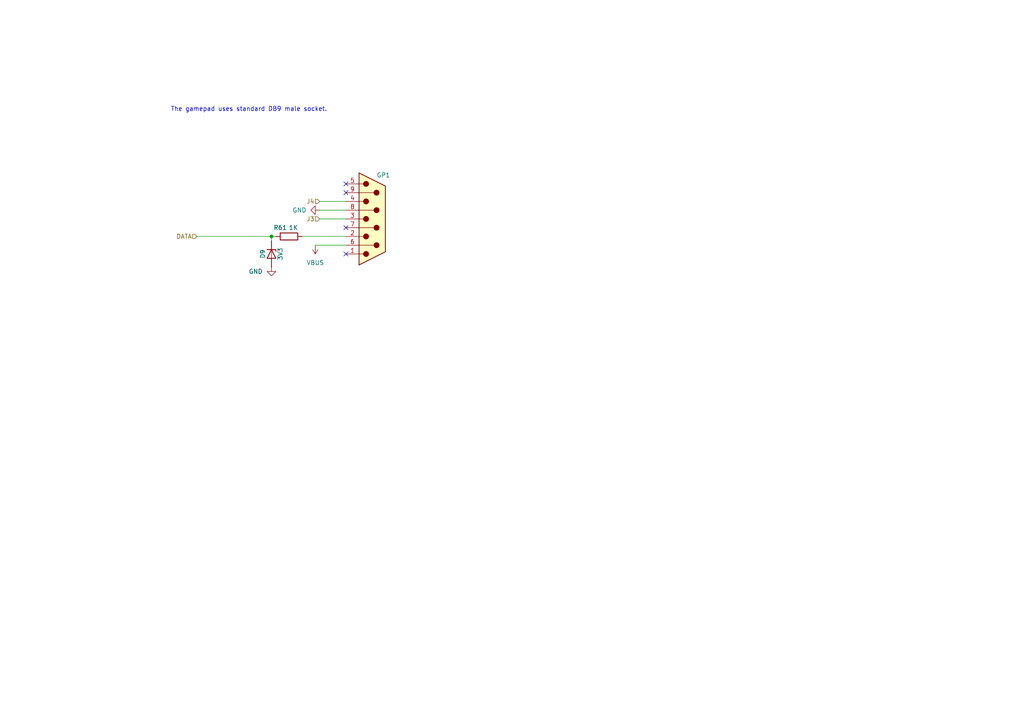
<source format=kicad_sch>
(kicad_sch (version 20231120) (generator "eeschema") (generator_version "8.0")
  (paper "A4")
  (title_block (title "TurboFRANK") (date "2025-01-28") (rev "1.0") (company "Mikhail Matveev") (comment 1 "https://github.com/xtremespb/frank"))
  (lib_symbols
    (symbol "Device:D_Zener" (pin_numbers hide) (pin_names (offset 1.016) hide)
      (property "Reference" "D" (at 0 2.54 0))
      (property "Value" "D_Zener" (at 0 -2.54 0))
      (symbol "D_Zener_0_1"
        (polyline (pts (xy 1.27 0) (xy -1.27 0)))
        (polyline (pts (xy -1.27 -1.27) (xy -1.27 1.27) (xy -0.762 1.27)) (stroke (width 0.254)))
        (polyline (pts (xy 1.27 -1.27) (xy 1.27 1.27) (xy -1.27 0) (xy 1.27 -1.27)) (stroke (width 0.254)))
      )
      (symbol "D_Zener_1_1"
        (pin passive line (at -3.81 0 0) (length 2.54) (name "K") (number "1"))
        (pin passive line (at 3.81 0 180) (length 2.54) (name "A") (number "2"))
      )
    )
    (symbol "Device:R" (pin_numbers hide) (pin_names (offset 0))
      (property "Reference" "R" (at 2.032 0 90))
      (property "Value" "R" (at 0 0 90))
      (symbol "R_0_1"
        (rectangle (start -1.016 -2.54) (end 1.016 2.54) (stroke (width 0.254)))
      )
      (symbol "R_1_1"
        (pin passive line (at 0 3.81 270) (length 1.27) (name "~") (number "1"))
        (pin passive line (at 0 -3.81 90) (length 1.27) (name "~") (number "2"))
      )
    )
    (symbol "FRANK:DB9_Male_Small" (pin_names (offset 1.016) hide)
      (property "Reference" "JOY1" (at 1.27 12.7 0))
      (symbol "DB9_Male_Small_0_1"
        (circle (center -1.778 -10.16) (radius 0.762) (fill (type outline)))
        (circle (center -1.778 -5.08) (radius 0.762) (fill (type outline)))
        (circle (center -1.778 0) (radius 0.762) (fill (type outline)))
        (circle (center -1.778 5.08) (radius 0.762) (fill (type outline)))
        (circle (center -1.778 10.16) (radius 0.762) (fill (type outline)))
        (polyline (pts (xy -3.81 -10.16) (xy -2.54 -10.16)))
        (polyline (pts (xy -3.81 -7.62) (xy 0.508 -7.62)))
        (polyline (pts (xy -3.81 -5.08) (xy -2.54 -5.08)))
        (polyline (pts (xy -3.81 -2.54) (xy 0.508 -2.54)))
        (polyline (pts (xy -3.81 0) (xy -2.54 0)))
        (polyline (pts (xy -3.81 2.54) (xy 0.508 2.54)))
        (polyline (pts (xy -3.81 5.08) (xy -2.54 5.08)))
        (polyline (pts (xy -3.81 7.62) (xy 0.508 7.62)))
        (polyline (pts (xy -3.81 10.16) (xy -2.54 10.16)))
        (polyline (pts (xy -3.81 -13.335) (xy -3.81 13.335) (xy 3.81 9.525) (xy 3.81 -9.525) (xy -3.81 -13.335)) (stroke (width 0.254)) (fill (type background)))
        (circle (center 1.27 -7.62) (radius 0.762) (fill (type outline)))
        (circle (center 1.27 -2.54) (radius 0.762) (fill (type outline)))
        (circle (center 1.27 2.54) (radius 0.762) (fill (type outline)))
        (circle (center 1.27 7.62) (radius 0.762) (fill (type outline)))
      )
      (symbol "DB9_Male_Small_1_1"
        (pin passive line (at -7.62 -10.16 0) (length 3.81) (name "1") (number "1"))
        (pin passive line (at -7.62 -5.08 0) (length 3.81) (name "2") (number "2"))
        (pin passive line (at -7.62 0 0) (length 3.81) (name "3") (number "3"))
        (pin passive line (at -7.62 5.08 0) (length 3.81) (name "4") (number "4"))
        (pin passive line (at -7.62 10.16 0) (length 3.81) (name "5") (number "5"))
        (pin passive line (at -7.62 -7.62 0) (length 3.81) (name "6") (number "6"))
        (pin passive line (at -7.62 -2.54 0) (length 3.81) (name "7") (number "7"))
        (pin passive line (at -7.62 2.54 0) (length 3.81) (name "8") (number "8"))
        (pin passive line (at -7.62 7.62 0) (length 3.81) (name "9") (number "9"))
      )
    )
    (symbol "GND_1" (power) (pin_numbers hide) (pin_names (offset 0) hide)
      (property "Value" "GND" (at 0 -3.81 0))
      (symbol "GND_1_0_1"
        (polyline (pts (xy 0 0) (xy 0 -1.27) (xy 1.27 -1.27) (xy 0 -2.54) (xy -1.27 -1.27) (xy 0 -1.27)))
      )
      (symbol "GND_1_1_1"
        (pin power_in line (at 0 0 270) (length 0) (name "~") (number "1"))
      )
    )
    (symbol "power:GND" (power) (pin_numbers hide) (pin_names (offset 0) hide)
      (property "Value" "GND" (at 0 -3.81 0))
      (symbol "GND_0_1"
        (polyline (pts (xy 0 0) (xy 0 -1.27) (xy 1.27 -1.27) (xy 0 -2.54) (xy -1.27 -1.27) (xy 0 -1.27)))
      )
      (symbol "GND_1_1"
        (pin power_in line (at 0 0 270) (length 0) (name "~") (number "1"))
      )
    )
    (symbol "power:VBUS" (power) (pin_numbers hide) (pin_names (offset 0) hide)
      (property "Value" "VBUS" (at 0 3.556 0))
      (symbol "VBUS_0_1"
        (polyline (pts (xy -0.762 1.27) (xy 0 2.54)))
        (polyline (pts (xy 0 0) (xy 0 2.54)))
        (polyline (pts (xy 0 2.54) (xy 0.762 1.27)))
      )
      (symbol "VBUS_1_1"
        (pin power_in line (at 0 0 90) (length 0) (name "~") (number "1"))
      )
    )
  )
  (junction (at 78.74 68.58))
  (no_connect (at 100.33 55.88))
  (no_connect (at 100.33 53.34))
  (no_connect (at 100.33 66.04))
  (no_connect (at 100.33 73.66))
  (wire (pts (xy 92.71 63.5) (xy 100.33 63.5)))
  (wire (pts (xy 92.71 58.42) (xy 100.33 58.42)))
  (wire (pts (xy 91.44 71.12) (xy 100.33 71.12)))
  (wire (pts (xy 78.74 68.58) (xy 78.74 69.85)))
  (wire (pts (xy 57.15 68.58) (xy 78.74 68.58)))
  (wire (pts (xy 80.01 68.58) (xy 78.74 68.58)))
  (wire (pts (xy 92.71 60.96) (xy 100.33 60.96)))
  (wire (pts (xy 87.63 68.58) (xy 100.33 68.58)))
  (text "The gamepad uses standard DB9 male socket." (at 49.53 31.75 0) (effects (font (size 1.27 1.27)) (justify left)))
  (hierarchical_label "J4" (shape input) (at 92.71 58.42 180))
  (hierarchical_label "J3" (shape input) (at 92.71 63.5 180))
  (hierarchical_label "DATA" (shape input) (at 57.15 68.58 180))
  (symbol (lib_id "power:GND") (at 78.74 77.47 0) (unit 1)
    (property "Reference" "#PWR059" (effects (hide yes)))
    (property "Value" "GND" (at 76.2 78.74 0) (effects (justify right)))
    (property "Description" "Power symbol creates a global label with name \"GND\" , ground" (effects (hide yes)))
    (instances (project "" (path "" (reference "#PWR059") (unit 1)) (path "" (reference "#PWR062") (unit 1))))
  )
  (symbol (lib_id "Device:D_Zener") (at 78.74 73.66 270) (unit 1)
    (property "Reference" "D9" (at 76.2 73.66 0))
    (property "Value" "3V3" (at 81.28 73.66 0))
    (property "Footprint" "FRANK:Diode (SOD-323)" (effects (hide yes)))
    (property "Datasheet" "https://www.vishay.com/docs/83335/bzx384g.pdf" (effects (hide yes)))
    (property "AliExpress" "https://www.aliexpress.com/item/32997486634.html" (effects (hide yes)))
    (instances (project "" (path "" (reference "D9") (unit 1)) (path "" (reference "D10") (unit 1))))
  )
  (symbol (lib_id "power:VBUS") (at 91.44 71.12 180) (unit 1)
    (property "Reference" "#PWR058" (effects (hide yes)))
    (property "Value" "VBUS" (at 91.44 76.2 0))
    (property "Description" "Power symbol creates a global label with name \"VBUS\"" (effects (hide yes)))
    (instances (project "" (path "" (reference "#PWR058") (unit 1)) (path "" (reference "#PWR061") (unit 1))))
  )
  (symbol (lib_id "FRANK:DB9_Male_Small") (at 107.95 63.5 0) (unit 1)
    (property "Reference" "GP1" (at 109.22 50.8 0) (effects (justify left)))
    (property "Value" "Gamepad" (effects (hide yes)))
    (property "Footprint" "FRANK:D-SUB (9 pin, male, top mount)" (effects (hide yes)))
    (property "Datasheet" "https://eu.mouser.com/datasheet/2/578/original-3313093.pdf" (effects (hide yes)))
    (property "AliExpress" "https://www.aliexpress.com/item/4000659356343.html" (effects (hide yes)))
    (instances (project "" (path "" (reference "GP1") (unit 1)) (path "" (reference "GP2") (unit 1))))
  )
  (symbol (lib_name "GND_1") (lib_id "power:GND") (at 92.71 60.96 270) (unit 1)
    (property "Reference" "#PWR057" (effects (hide yes)))
    (property "Value" "GND" (at 88.9 60.9599 90) (effects (justify right)))
    (property "Description" "Power symbol creates a global label with name \"GND\" , ground" (effects (hide yes)))
    (instances (project "" (path "" (reference "#PWR057") (unit 1)) (path "" (reference "#PWR060") (unit 1))))
  )
  (symbol (lib_id "Device:R") (at 83.82 68.58 90) (unit 1)
    (property "Reference" "R61" (at 81.28 66.04 90))
    (property "Value" "1K" (at 85.09 66.04 90))
    (property "Footprint" "FRANK:Resistor (0805)" (effects (hide yes)))
    (property "Datasheet" "https://www.vishay.com/docs/28952/mcs0402at-mct0603at-mcu0805at-mca1206at.pdf" (effects (hide yes)))
    (property "AliExpress" "https://www.aliexpress.com/item/1005005945735199.html" (effects (hide yes)))
    (instances (project "" (path "" (reference "R61") (unit 1)) (path "" (reference "R62") (unit 1))))
  )
)
</source>
